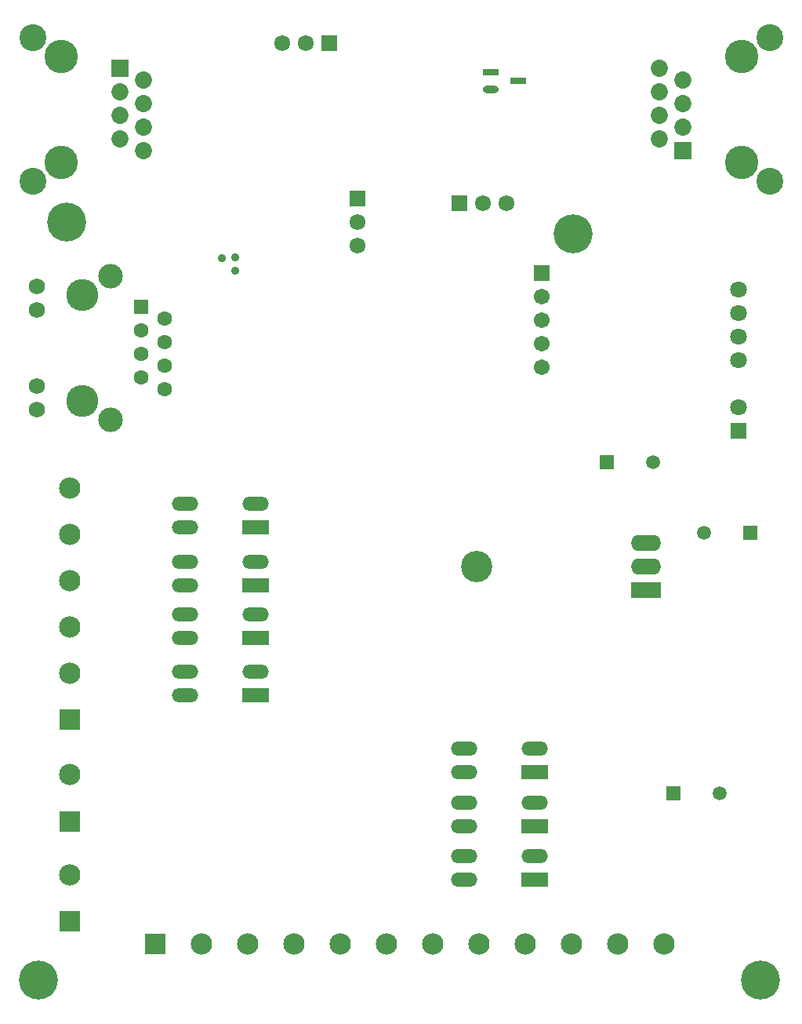
<source format=gbs>
G04*
G04 #@! TF.GenerationSoftware,Altium Limited,Altium Designer,20.0.13 (296)*
G04*
G04 Layer_Color=16711935*
%FSLAX44Y44*%
%MOMM*%
G71*
G01*
G75*
%ADD64R,1.7032X1.7032*%
%ADD68R,2.8448X1.5240*%
%ADD69O,2.8448X1.5240*%
%ADD70C,2.3032*%
%ADD71R,2.3032X2.3032*%
%ADD72R,2.3032X2.3032*%
%ADD73C,1.7200*%
%ADD74R,1.7200X1.7200*%
%ADD75R,1.7200X1.7200*%
%ADD76C,4.2032*%
%ADD77C,2.9032*%
%ADD78C,1.8532*%
%ADD79R,1.8532X1.8532*%
%ADD80C,3.6032*%
%ADD81C,3.4532*%
%ADD82C,2.6482*%
%ADD83C,1.7332*%
%ADD84C,1.6012*%
%ADD85R,1.6012X1.6012*%
%ADD86R,3.2512X1.7272*%
%ADD87O,3.2512X1.7272*%
%ADD88C,3.3782*%
%ADD89C,1.5200*%
%ADD90R,1.5200X1.5200*%
%ADD91R,1.8032X1.8032*%
%ADD92C,1.8032*%
%ADD93C,1.7032*%
%ADD94C,0.9032*%
%ADD126O,1.7032X0.8032*%
%ADD127R,1.7032X0.8032*%
D64*
X568750Y792400D02*
D03*
D68*
X560850Y137800D02*
D03*
Y195300D02*
D03*
Y253300D02*
D03*
X259500Y517800D02*
D03*
Y455550D02*
D03*
Y398050D02*
D03*
Y336500D02*
D03*
D69*
X560850Y163200D02*
D03*
X484650D02*
D03*
Y137800D02*
D03*
X560850Y220700D02*
D03*
X484650D02*
D03*
Y195300D02*
D03*
X560850Y278700D02*
D03*
X484650D02*
D03*
Y253300D02*
D03*
X259500Y543200D02*
D03*
X183300D02*
D03*
Y517800D02*
D03*
X259500Y480950D02*
D03*
X183300D02*
D03*
Y455550D02*
D03*
X259500Y423450D02*
D03*
X183300D02*
D03*
Y398050D02*
D03*
X259500Y361900D02*
D03*
X183300D02*
D03*
Y336500D02*
D03*
D70*
X59000Y560250D02*
D03*
Y510250D02*
D03*
Y460250D02*
D03*
Y410250D02*
D03*
Y360250D02*
D03*
Y250750D02*
D03*
Y142500D02*
D03*
X701250Y68500D02*
D03*
X651250D02*
D03*
X601250D02*
D03*
X551250D02*
D03*
X501250D02*
D03*
X451250D02*
D03*
X401250D02*
D03*
X351250D02*
D03*
X301250D02*
D03*
X251250D02*
D03*
X201250D02*
D03*
D71*
X59000Y310250D02*
D03*
Y200750D02*
D03*
Y92500D02*
D03*
D72*
X151250Y68500D02*
D03*
D73*
X369750Y821600D02*
D03*
Y847000D02*
D03*
X530650Y867500D02*
D03*
X505250D02*
D03*
X288350Y1040250D02*
D03*
X313750D02*
D03*
D74*
X369750Y872400D02*
D03*
D75*
X479850Y867500D02*
D03*
X339150Y1040250D02*
D03*
D76*
X55500Y847000D02*
D03*
X602750Y834500D02*
D03*
X805500Y29250D02*
D03*
X25500D02*
D03*
D77*
X19750Y891500D02*
D03*
Y1046500D02*
D03*
X815250D02*
D03*
Y891500D02*
D03*
D78*
X139150Y924550D02*
D03*
X113750Y937250D02*
D03*
X139150Y949950D02*
D03*
X113750Y962650D02*
D03*
X139150Y975350D02*
D03*
X113750Y988050D02*
D03*
X139150Y1000750D02*
D03*
X695850Y1013450D02*
D03*
X721250Y1000750D02*
D03*
X695850Y988050D02*
D03*
X721250Y975350D02*
D03*
X695850Y962650D02*
D03*
X721250Y949950D02*
D03*
X695850Y937250D02*
D03*
D79*
X113750Y1013450D02*
D03*
X721250Y924550D02*
D03*
D80*
X50250Y911850D02*
D03*
Y1026150D02*
D03*
X784750D02*
D03*
Y911850D02*
D03*
D81*
X72750Y768650D02*
D03*
Y654350D02*
D03*
D82*
X103250Y634050D02*
D03*
Y788950D02*
D03*
D83*
X23750Y670650D02*
D03*
Y645250D02*
D03*
Y752350D02*
D03*
Y777750D02*
D03*
D84*
X161650Y667100D02*
D03*
X136250Y679800D02*
D03*
X161650Y692500D02*
D03*
X136250Y705200D02*
D03*
X161650Y717900D02*
D03*
X136250Y730600D02*
D03*
X161650Y743300D02*
D03*
D85*
X136250Y756000D02*
D03*
D86*
X681500Y450250D02*
D03*
D87*
Y475650D02*
D03*
Y501050D02*
D03*
D88*
X499000Y475650D02*
D03*
D89*
X744250Y511500D02*
D03*
X688750Y587750D02*
D03*
X760750Y230750D02*
D03*
D90*
X794250Y511500D02*
D03*
X638750Y587750D02*
D03*
X710750Y230750D02*
D03*
D91*
X781750Y622050D02*
D03*
D92*
Y647450D02*
D03*
Y698250D02*
D03*
Y723650D02*
D03*
Y749050D02*
D03*
Y774450D02*
D03*
D93*
X568750Y767000D02*
D03*
Y741600D02*
D03*
Y716200D02*
D03*
Y690800D02*
D03*
D94*
X238000Y794750D02*
D03*
Y808750D02*
D03*
X223750Y808250D02*
D03*
D126*
X513750Y990250D02*
D03*
D127*
Y1009250D02*
D03*
X543250Y999750D02*
D03*
M02*

</source>
